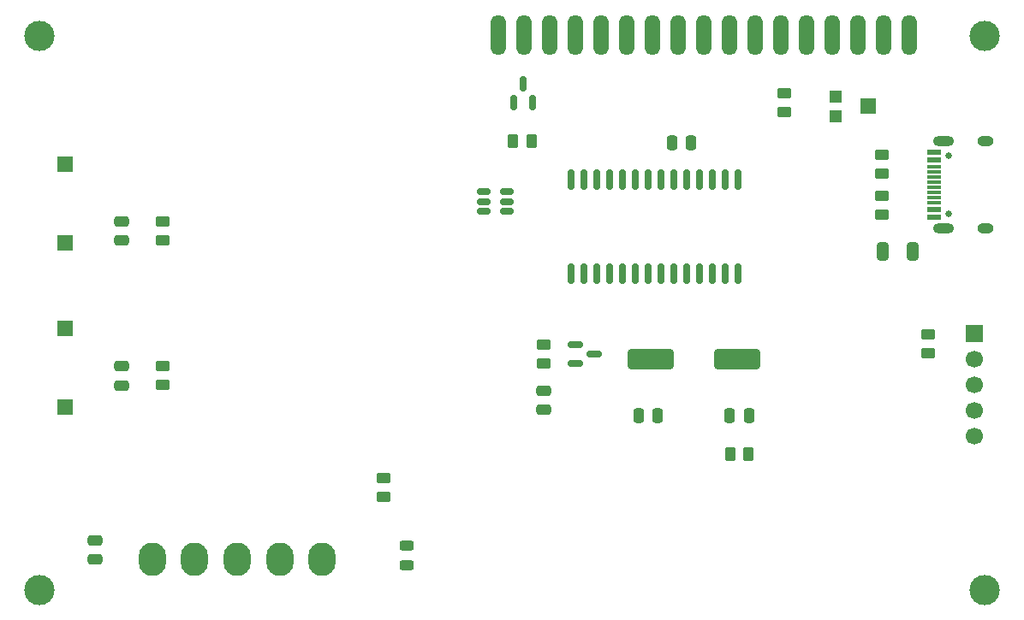
<source format=gts>
G04 #@! TF.GenerationSoftware,KiCad,Pcbnew,9.0.2*
G04 #@! TF.CreationDate,2025-07-11T13:16:32+02:00*
G04 #@! TF.ProjectId,TeslaBMBCheck,5465736c-6142-44d4-9243-6865636b2e6b,1.0*
G04 #@! TF.SameCoordinates,Original*
G04 #@! TF.FileFunction,Soldermask,Top*
G04 #@! TF.FilePolarity,Negative*
%FSLAX46Y46*%
G04 Gerber Fmt 4.6, Leading zero omitted, Abs format (unit mm)*
G04 Created by KiCad (PCBNEW 9.0.2) date 2025-07-11 13:16:32*
%MOMM*%
%LPD*%
G01*
G04 APERTURE LIST*
G04 Aperture macros list*
%AMRoundRect*
0 Rectangle with rounded corners*
0 $1 Rounding radius*
0 $2 $3 $4 $5 $6 $7 $8 $9 X,Y pos of 4 corners*
0 Add a 4 corners polygon primitive as box body*
4,1,4,$2,$3,$4,$5,$6,$7,$8,$9,$2,$3,0*
0 Add four circle primitives for the rounded corners*
1,1,$1+$1,$2,$3*
1,1,$1+$1,$4,$5*
1,1,$1+$1,$6,$7*
1,1,$1+$1,$8,$9*
0 Add four rect primitives between the rounded corners*
20,1,$1+$1,$2,$3,$4,$5,0*
20,1,$1+$1,$4,$5,$6,$7,0*
20,1,$1+$1,$6,$7,$8,$9,0*
20,1,$1+$1,$8,$9,$2,$3,0*%
G04 Aperture macros list end*
%ADD10RoundRect,0.150000X0.150000X-0.587500X0.150000X0.587500X-0.150000X0.587500X-0.150000X-0.587500X0*%
%ADD11C,3.000000*%
%ADD12RoundRect,0.250000X0.450000X-0.262500X0.450000X0.262500X-0.450000X0.262500X-0.450000X-0.262500X0*%
%ADD13RoundRect,0.243750X0.456250X-0.243750X0.456250X0.243750X-0.456250X0.243750X-0.456250X-0.243750X0*%
%ADD14RoundRect,0.250000X0.325000X0.650000X-0.325000X0.650000X-0.325000X-0.650000X0.325000X-0.650000X0*%
%ADD15RoundRect,0.250000X-0.250000X-0.475000X0.250000X-0.475000X0.250000X0.475000X-0.250000X0.475000X0*%
%ADD16RoundRect,0.250000X0.475000X-0.250000X0.475000X0.250000X-0.475000X0.250000X-0.475000X-0.250000X0*%
%ADD17RoundRect,0.250000X-0.262500X-0.450000X0.262500X-0.450000X0.262500X0.450000X-0.262500X0.450000X0*%
%ADD18RoundRect,0.150000X-0.587500X-0.150000X0.587500X-0.150000X0.587500X0.150000X-0.587500X0.150000X0*%
%ADD19RoundRect,0.250000X-2.000000X-0.750000X2.000000X-0.750000X2.000000X0.750000X-2.000000X0.750000X0*%
%ADD20RoundRect,0.250000X0.262500X0.450000X-0.262500X0.450000X-0.262500X-0.450000X0.262500X-0.450000X0*%
%ADD21RoundRect,0.250000X-0.450000X0.262500X-0.450000X-0.262500X0.450000X-0.262500X0.450000X0.262500X0*%
%ADD22R,1.500000X1.500000*%
%ADD23RoundRect,0.150000X-0.512500X-0.150000X0.512500X-0.150000X0.512500X0.150000X-0.512500X0.150000X0*%
%ADD24O,2.700000X3.300000*%
%ADD25R,1.200000X1.200000*%
%ADD26R,1.500000X1.600000*%
%ADD27RoundRect,0.250000X-0.475000X0.250000X-0.475000X-0.250000X0.475000X-0.250000X0.475000X0.250000X0*%
%ADD28R,1.700000X1.700000*%
%ADD29C,1.700000*%
%ADD30RoundRect,0.150000X0.150000X-0.875000X0.150000X0.875000X-0.150000X0.875000X-0.150000X-0.875000X0*%
%ADD31C,0.650000*%
%ADD32R,1.450000X0.600000*%
%ADD33R,1.450000X0.300000*%
%ADD34O,2.100000X1.000000*%
%ADD35O,1.600000X1.000000*%
%ADD36O,1.501140X4.000500*%
G04 APERTURE END LIST*
D10*
X125100000Y-56896000D03*
X127000000Y-56896000D03*
X126050000Y-55021000D03*
D11*
X78232000Y-105156000D03*
D12*
X166116000Y-81684500D03*
X166116000Y-79859500D03*
D13*
X114503200Y-102662200D03*
X114503200Y-100787200D03*
D14*
X164543000Y-71628000D03*
X161593000Y-71628000D03*
D12*
X161544000Y-67968500D03*
X161544000Y-66143500D03*
D15*
X140782000Y-60833000D03*
X142682000Y-60833000D03*
D12*
X151892000Y-57808500D03*
X151892000Y-55983500D03*
D16*
X86360000Y-70526000D03*
X86360000Y-68626000D03*
D12*
X128094500Y-82700500D03*
X128094500Y-80875500D03*
D15*
X146490000Y-87884000D03*
X148390000Y-87884000D03*
D17*
X125071500Y-60706000D03*
X126896500Y-60706000D03*
D18*
X131221000Y-80838000D03*
X131221000Y-82738000D03*
X133096000Y-81788000D03*
D19*
X138684000Y-82296000D03*
X147184000Y-82296000D03*
D20*
X148359500Y-91694000D03*
X146534500Y-91694000D03*
D16*
X86360000Y-84897000D03*
X86360000Y-82997000D03*
D11*
X171704000Y-50292000D03*
D21*
X112268000Y-94083500D03*
X112268000Y-95908500D03*
D12*
X161544000Y-63904500D03*
X161544000Y-62079500D03*
X90424000Y-84836000D03*
X90424000Y-83011000D03*
D22*
X80772000Y-87048000D03*
X80772000Y-79248000D03*
D23*
X122179500Y-65725000D03*
X122179500Y-66675000D03*
X122179500Y-67625000D03*
X124454500Y-67625000D03*
X124454500Y-66675000D03*
X124454500Y-65725000D03*
D24*
X89372000Y-102108000D03*
X93572000Y-102108000D03*
X97772000Y-102108000D03*
X101972000Y-102108000D03*
X106172000Y-102108000D03*
D25*
X156918000Y-56270000D03*
D26*
X160168000Y-57270000D03*
D25*
X156918000Y-58270000D03*
D15*
X137478000Y-87884000D03*
X139378000Y-87884000D03*
D11*
X78232000Y-50292000D03*
D21*
X90424000Y-68683500D03*
X90424000Y-70508500D03*
D11*
X171704000Y-105156000D03*
D22*
X80772000Y-70792000D03*
X80772000Y-62992000D03*
D27*
X128094500Y-85410000D03*
X128094500Y-87310000D03*
D16*
X83693000Y-102103000D03*
X83693000Y-100203000D03*
D28*
X170688000Y-79756000D03*
D29*
X170688000Y-82296000D03*
X170688000Y-84836000D03*
X170688000Y-87376000D03*
X170688000Y-89916000D03*
D30*
X130810000Y-73816000D03*
X132080000Y-73816000D03*
X133350000Y-73816000D03*
X134620000Y-73816000D03*
X135890000Y-73816000D03*
X137160000Y-73816000D03*
X138430000Y-73816000D03*
X139700000Y-73816000D03*
X140970000Y-73816000D03*
X142240000Y-73816000D03*
X143510000Y-73816000D03*
X144780000Y-73816000D03*
X146050000Y-73816000D03*
X147320000Y-73816000D03*
X147320000Y-64516000D03*
X146050000Y-64516000D03*
X144780000Y-64516000D03*
X143510000Y-64516000D03*
X142240000Y-64516000D03*
X140970000Y-64516000D03*
X139700000Y-64516000D03*
X138430000Y-64516000D03*
X137160000Y-64516000D03*
X135890000Y-64516000D03*
X134620000Y-64516000D03*
X133350000Y-64516000D03*
X132080000Y-64516000D03*
X130810000Y-64516000D03*
D31*
X168142000Y-67914000D03*
X168142000Y-62134000D03*
D32*
X166697000Y-68249000D03*
X166697000Y-67474000D03*
D33*
X166697000Y-66774000D03*
X166697000Y-66274000D03*
X166697000Y-65774000D03*
X166697000Y-65274000D03*
X166697000Y-64774000D03*
X166697000Y-64274000D03*
X166697000Y-63774000D03*
X166697000Y-63274000D03*
D32*
X166697000Y-62574000D03*
X166697000Y-61799000D03*
D34*
X167612000Y-69344000D03*
D35*
X171792000Y-69344000D03*
D34*
X167612000Y-60704000D03*
D35*
X171792000Y-60704000D03*
D36*
X123633800Y-50205860D03*
X164273800Y-50205860D03*
X161733800Y-50205860D03*
X159193800Y-50205860D03*
X156653800Y-50205860D03*
X154113800Y-50205860D03*
X151573800Y-50205860D03*
X149033800Y-50205860D03*
X146493800Y-50205860D03*
X143953800Y-50205860D03*
X141413800Y-50205860D03*
X138873800Y-50205860D03*
X136333800Y-50205860D03*
X133793800Y-50205860D03*
X131253800Y-50205860D03*
X128713800Y-50205860D03*
X126173800Y-50205860D03*
M02*

</source>
